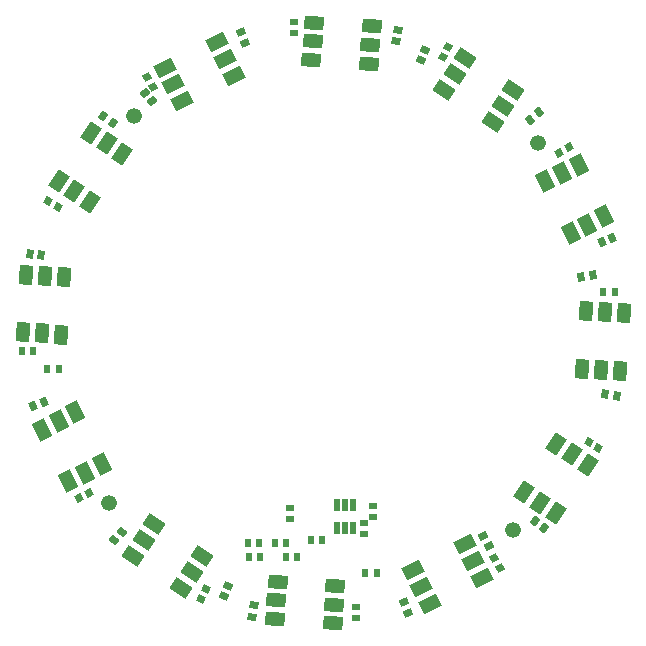
<source format=gts>
%FSTAX42Y42*%
%MOMM*%
G71*
G01*
G75*
G04 Layer_Color=8388736*
%ADD10C,0.35*%
%ADD11C,0.45*%
%ADD12C,0.25*%
G04:AMPARAMS|DCode=13|XSize=0.46mm|YSize=0.61mm|CornerRadius=0mm|HoleSize=0mm|Usage=FLASHONLY|Rotation=350.000|XOffset=0mm|YOffset=0mm|HoleType=Round|Shape=Rectangle|*
%AMROTATEDRECTD13*
4,1,4,-0.28,-0.26,-0.17,0.34,0.28,0.26,0.17,-0.34,-0.28,-0.26,0.0*
%
%ADD13ROTATEDRECTD13*%

G04:AMPARAMS|DCode=14|XSize=1mm|YSize=1.5mm|CornerRadius=0mm|HoleSize=0mm|Usage=FLASHONLY|Rotation=26.400|XOffset=0mm|YOffset=0mm|HoleType=Round|Shape=Rectangle|*
%AMROTATEDRECTD14*
4,1,4,-0.11,-0.89,-0.78,0.45,0.11,0.89,0.78,-0.45,-0.11,-0.89,0.0*
%
%ADD14ROTATEDRECTD14*%

G04:AMPARAMS|DCode=15|XSize=1mm|YSize=1.5mm|CornerRadius=0mm|HoleSize=0mm|Usage=FLASHONLY|Rotation=56.400|XOffset=0mm|YOffset=0mm|HoleType=Round|Shape=Rectangle|*
%AMROTATEDRECTD15*
4,1,4,0.35,-0.83,-0.90,-0.00,-0.35,0.83,0.90,0.00,0.35,-0.83,0.0*
%
%ADD15ROTATEDRECTD15*%

G04:AMPARAMS|DCode=16|XSize=1mm|YSize=1.5mm|CornerRadius=0mm|HoleSize=0mm|Usage=FLASHONLY|Rotation=86.500|XOffset=0mm|YOffset=0mm|HoleType=Round|Shape=Rectangle|*
%AMROTATEDRECTD16*
4,1,4,0.72,-0.54,-0.78,-0.45,-0.72,0.54,0.78,0.45,0.72,-0.54,0.0*
%
%ADD16ROTATEDRECTD16*%

G04:AMPARAMS|DCode=17|XSize=1mm|YSize=1.5mm|CornerRadius=0mm|HoleSize=0mm|Usage=FLASHONLY|Rotation=326.400|XOffset=0mm|YOffset=0mm|HoleType=Round|Shape=Rectangle|*
%AMROTATEDRECTD17*
4,1,4,-0.83,-0.35,-0.00,0.90,0.83,0.35,0.00,-0.90,-0.83,-0.35,0.0*
%
%ADD17ROTATEDRECTD17*%

G04:AMPARAMS|DCode=18|XSize=0.46mm|YSize=0.61mm|CornerRadius=0mm|HoleSize=0mm|Usage=FLASHONLY|Rotation=320.000|XOffset=0mm|YOffset=0mm|HoleType=Round|Shape=Rectangle|*
%AMROTATEDRECTD18*
4,1,4,-0.37,-0.09,0.02,0.38,0.37,0.09,-0.02,-0.38,-0.37,-0.09,0.0*
%
%ADD18ROTATEDRECTD18*%

G04:AMPARAMS|DCode=19|XSize=1mm|YSize=1.5mm|CornerRadius=0mm|HoleSize=0mm|Usage=FLASHONLY|Rotation=296.400|XOffset=0mm|YOffset=0mm|HoleType=Round|Shape=Rectangle|*
%AMROTATEDRECTD19*
4,1,4,-0.89,0.11,0.45,0.78,0.89,-0.11,-0.45,-0.78,-0.89,0.11,0.0*
%
%ADD19ROTATEDRECTD19*%

G04:AMPARAMS|DCode=20|XSize=0.46mm|YSize=0.51mm|CornerRadius=0mm|HoleSize=0mm|Usage=FLASHONLY|Rotation=30.000|XOffset=0mm|YOffset=0mm|HoleType=Round|Shape=Rectangle|*
%AMROTATEDRECTD20*
4,1,4,-0.07,-0.33,-0.32,0.11,0.07,0.33,0.32,-0.11,-0.07,-0.33,0.0*
%
%ADD20ROTATEDRECTD20*%

G04:AMPARAMS|DCode=21|XSize=0.46mm|YSize=0.51mm|CornerRadius=0mm|HoleSize=0mm|Usage=FLASHONLY|Rotation=150.000|XOffset=0mm|YOffset=0mm|HoleType=Round|Shape=Rectangle|*
%AMROTATEDRECTD21*
4,1,4,0.32,0.11,0.07,-0.33,-0.32,-0.11,-0.07,0.33,0.32,0.11,0.0*
%
%ADD21ROTATEDRECTD21*%

G04:AMPARAMS|DCode=22|XSize=1mm|YSize=1.5mm|CornerRadius=0mm|HoleSize=0mm|Usage=FLASHONLY|Rotation=207.000|XOffset=0mm|YOffset=0mm|HoleType=Round|Shape=Rectangle|*
%AMROTATEDRECTD22*
4,1,4,0.11,0.90,0.79,-0.44,-0.11,-0.90,-0.79,0.44,0.11,0.90,0.0*
%
%ADD22ROTATEDRECTD22*%

G04:AMPARAMS|DCode=23|XSize=0.46mm|YSize=0.61mm|CornerRadius=0mm|HoleSize=0mm|Usage=FLASHONLY|Rotation=230.000|XOffset=0mm|YOffset=0mm|HoleType=Round|Shape=Rectangle|*
%AMROTATEDRECTD23*
4,1,4,-0.09,0.37,0.38,-0.02,0.09,-0.37,-0.38,0.02,-0.09,0.37,0.0*
%
%ADD23ROTATEDRECTD23*%

G04:AMPARAMS|DCode=24|XSize=0.46mm|YSize=0.51mm|CornerRadius=0mm|HoleSize=0mm|Usage=FLASHONLY|Rotation=65.000|XOffset=0mm|YOffset=0mm|HoleType=Round|Shape=Rectangle|*
%AMROTATEDRECTD24*
4,1,4,0.13,-0.31,-0.33,-0.10,-0.13,0.31,0.33,0.10,0.13,-0.31,0.0*
%
%ADD24ROTATEDRECTD24*%

G04:AMPARAMS|DCode=25|XSize=0.46mm|YSize=0.61mm|CornerRadius=0mm|HoleSize=0mm|Usage=FLASHONLY|Rotation=260.000|XOffset=0mm|YOffset=0mm|HoleType=Round|Shape=Rectangle|*
%AMROTATEDRECTD25*
4,1,4,-0.26,0.28,0.34,0.17,0.26,-0.28,-0.34,-0.17,-0.26,0.28,0.0*
%
%ADD25ROTATEDRECTD25*%

G04:AMPARAMS|DCode=26|XSize=0.46mm|YSize=0.61mm|CornerRadius=0mm|HoleSize=0mm|Usage=FLASHONLY|Rotation=290.000|XOffset=0mm|YOffset=0mm|HoleType=Round|Shape=Rectangle|*
%AMROTATEDRECTD26*
4,1,4,-0.36,0.11,0.21,0.32,0.36,-0.11,-0.21,-0.32,-0.36,0.11,0.0*
%
%ADD26ROTATEDRECTD26*%

%ADD27R,0.51X0.46*%
G04:AMPARAMS|DCode=28|XSize=0.46mm|YSize=0.51mm|CornerRadius=0mm|HoleSize=0mm|Usage=FLASHONLY|Rotation=120.000|XOffset=0mm|YOffset=0mm|HoleType=Round|Shape=Rectangle|*
%AMROTATEDRECTD28*
4,1,4,0.33,-0.07,-0.11,-0.32,-0.33,0.07,0.11,0.32,0.33,-0.07,0.0*
%
%ADD28ROTATEDRECTD28*%

G04:AMPARAMS|DCode=29|XSize=0.46mm|YSize=0.61mm|CornerRadius=0mm|HoleSize=0mm|Usage=FLASHONLY|Rotation=298.000|XOffset=0mm|YOffset=0mm|HoleType=Round|Shape=Rectangle|*
%AMROTATEDRECTD29*
4,1,4,-0.38,0.06,0.16,0.34,0.38,-0.06,-0.16,-0.34,-0.38,0.06,0.0*
%
%ADD29ROTATEDRECTD29*%

G04:AMPARAMS|DCode=30|XSize=0.46mm|YSize=0.61mm|CornerRadius=0mm|HoleSize=0mm|Usage=FLASHONLY|Rotation=249.000|XOffset=0mm|YOffset=0mm|HoleType=Round|Shape=Rectangle|*
%AMROTATEDRECTD30*
4,1,4,-0.20,0.32,0.37,0.10,0.20,-0.32,-0.37,-0.10,-0.20,0.32,0.0*
%
%ADD30ROTATEDRECTD30*%

G04:AMPARAMS|DCode=31|XSize=0.46mm|YSize=0.61mm|CornerRadius=0mm|HoleSize=0mm|Usage=FLASHONLY|Rotation=21.000|XOffset=0mm|YOffset=0mm|HoleType=Round|Shape=Rectangle|*
%AMROTATEDRECTD31*
4,1,4,-0.10,-0.37,-0.32,0.20,0.10,0.37,0.32,-0.20,-0.10,-0.37,0.0*
%
%ADD31ROTATEDRECTD31*%

G04:AMPARAMS|DCode=32|XSize=0.46mm|YSize=0.61mm|CornerRadius=0mm|HoleSize=0mm|Usage=FLASHONLY|Rotation=190.000|XOffset=0mm|YOffset=0mm|HoleType=Round|Shape=Rectangle|*
%AMROTATEDRECTD32*
4,1,4,0.17,0.34,0.28,-0.26,-0.17,-0.34,-0.28,0.26,0.17,0.34,0.0*
%
%ADD32ROTATEDRECTD32*%

G04:AMPARAMS|DCode=33|XSize=0.46mm|YSize=0.61mm|CornerRadius=0mm|HoleSize=0mm|Usage=FLASHONLY|Rotation=40.000|XOffset=0mm|YOffset=0mm|HoleType=Round|Shape=Rectangle|*
%AMROTATEDRECTD33*
4,1,4,0.02,-0.38,-0.37,0.09,-0.02,0.38,0.37,-0.09,0.02,-0.38,0.0*
%
%ADD33ROTATEDRECTD33*%

G04:AMPARAMS|DCode=34|XSize=0.46mm|YSize=0.61mm|CornerRadius=0mm|HoleSize=0mm|Usage=FLASHONLY|Rotation=81.000|XOffset=0mm|YOffset=0mm|HoleType=Round|Shape=Rectangle|*
%AMROTATEDRECTD34*
4,1,4,0.27,-0.27,-0.34,-0.18,-0.27,0.27,0.34,0.18,0.27,-0.27,0.0*
%
%ADD34ROTATEDRECTD34*%

G04:AMPARAMS|DCode=35|XSize=0.46mm|YSize=0.61mm|CornerRadius=0mm|HoleSize=0mm|Usage=FLASHONLY|Rotation=70.000|XOffset=0mm|YOffset=0mm|HoleType=Round|Shape=Rectangle|*
%AMROTATEDRECTD35*
4,1,4,0.21,-0.32,-0.36,-0.11,-0.21,0.32,0.36,0.11,0.21,-0.32,0.0*
%
%ADD35ROTATEDRECTD35*%

G04:AMPARAMS|DCode=36|XSize=0.46mm|YSize=0.61mm|CornerRadius=0mm|HoleSize=0mm|Usage=FLASHONLY|Rotation=130.000|XOffset=0mm|YOffset=0mm|HoleType=Round|Shape=Rectangle|*
%AMROTATEDRECTD36*
4,1,4,0.38,0.02,-0.09,-0.37,-0.38,-0.02,0.09,0.37,0.38,0.02,0.0*
%
%ADD36ROTATEDRECTD36*%

G04:AMPARAMS|DCode=37|XSize=0.46mm|YSize=0.61mm|CornerRadius=0mm|HoleSize=0mm|Usage=FLASHONLY|Rotation=145.000|XOffset=0mm|YOffset=0mm|HoleType=Round|Shape=Rectangle|*
%AMROTATEDRECTD37*
4,1,4,0.36,0.12,0.01,-0.38,-0.36,-0.12,-0.01,0.38,0.36,0.12,0.0*
%
%ADD37ROTATEDRECTD37*%

G04:AMPARAMS|DCode=38|XSize=0.46mm|YSize=0.61mm|CornerRadius=0mm|HoleSize=0mm|Usage=FLASHONLY|Rotation=175.000|XOffset=0mm|YOffset=0mm|HoleType=Round|Shape=Rectangle|*
%AMROTATEDRECTD38*
4,1,4,0.25,0.28,0.20,-0.32,-0.25,-0.28,-0.20,0.32,0.25,0.28,0.0*
%
%ADD38ROTATEDRECTD38*%

%ADD39R,0.46X0.61*%
G04:AMPARAMS|DCode=40|XSize=0.46mm|YSize=0.61mm|CornerRadius=0mm|HoleSize=0mm|Usage=FLASHONLY|Rotation=200.000|XOffset=0mm|YOffset=0mm|HoleType=Round|Shape=Rectangle|*
%AMROTATEDRECTD40*
4,1,4,0.11,0.36,0.32,-0.21,-0.11,-0.36,-0.32,0.21,0.11,0.36,0.0*
%
%ADD40ROTATEDRECTD40*%

%ADD41R,0.61X0.46*%
%ADD42R,0.46X0.51*%
G04:AMPARAMS|DCode=43|XSize=0.46mm|YSize=0.51mm|CornerRadius=0mm|HoleSize=0mm|Usage=FLASHONLY|Rotation=240.000|XOffset=0mm|YOffset=0mm|HoleType=Round|Shape=Rectangle|*
%AMROTATEDRECTD43*
4,1,4,-0.11,0.32,0.33,0.07,0.11,-0.32,-0.33,-0.07,-0.11,0.32,0.0*
%
%ADD43ROTATEDRECTD43*%

%ADD44R,0.35X0.85*%
G04:AMPARAMS|DCode=45|XSize=1mm|YSize=1.5mm|CornerRadius=0mm|HoleSize=0mm|Usage=FLASHONLY|Rotation=176.400|XOffset=0mm|YOffset=0mm|HoleType=Round|Shape=Rectangle|*
%AMROTATEDRECTD45*
4,1,4,0.55,0.72,0.45,-0.78,-0.55,-0.72,-0.45,0.78,0.55,0.72,0.0*
%
%ADD45ROTATEDRECTD45*%

%ADD46C,0.40*%
%ADD47C,0.30*%
%ADD48C,0.50*%
%ADD49C,0.51*%
%ADD50C,0.60*%
%ADD51C,1.20*%
%ADD52C,0.60*%
%ADD53C,0.87*%
%ADD54C,0.50*%
%ADD55C,0.70*%
%ADD56C,1.27*%
%ADD57R,1.40X4.52*%
%ADD58C,0.25*%
%ADD59C,0.25*%
%ADD60C,0.10*%
%ADD61C,0.04*%
%ADD62C,0.20*%
%ADD63C,0.15*%
G04:AMPARAMS|DCode=64|XSize=0.36mm|YSize=0.51mm|CornerRadius=0mm|HoleSize=0mm|Usage=FLASHONLY|Rotation=350.000|XOffset=0mm|YOffset=0mm|HoleType=Round|Shape=Rectangle|*
%AMROTATEDRECTD64*
4,1,4,-0.22,-0.22,-0.13,0.28,0.22,0.22,0.13,-0.28,-0.22,-0.22,0.0*
%
%ADD64ROTATEDRECTD64*%

G04:AMPARAMS|DCode=65|XSize=0.9mm|YSize=1.4mm|CornerRadius=0mm|HoleSize=0mm|Usage=FLASHONLY|Rotation=26.400|XOffset=0mm|YOffset=0mm|HoleType=Round|Shape=Rectangle|*
%AMROTATEDRECTD65*
4,1,4,-0.09,-0.83,-0.71,0.43,0.09,0.83,0.71,-0.43,-0.09,-0.83,0.0*
%
%ADD65ROTATEDRECTD65*%

G04:AMPARAMS|DCode=66|XSize=0.9mm|YSize=1.4mm|CornerRadius=0mm|HoleSize=0mm|Usage=FLASHONLY|Rotation=56.400|XOffset=0mm|YOffset=0mm|HoleType=Round|Shape=Rectangle|*
%AMROTATEDRECTD66*
4,1,4,0.33,-0.76,-0.83,0.01,-0.33,0.76,0.83,-0.01,0.33,-0.76,0.0*
%
%ADD66ROTATEDRECTD66*%

G04:AMPARAMS|DCode=67|XSize=0.9mm|YSize=1.4mm|CornerRadius=0mm|HoleSize=0mm|Usage=FLASHONLY|Rotation=86.500|XOffset=0mm|YOffset=0mm|HoleType=Round|Shape=Rectangle|*
%AMROTATEDRECTD67*
4,1,4,0.67,-0.49,-0.73,-0.41,-0.67,0.49,0.73,0.41,0.67,-0.49,0.0*
%
%ADD67ROTATEDRECTD67*%

G04:AMPARAMS|DCode=68|XSize=0.9mm|YSize=1.4mm|CornerRadius=0mm|HoleSize=0mm|Usage=FLASHONLY|Rotation=326.400|XOffset=0mm|YOffset=0mm|HoleType=Round|Shape=Rectangle|*
%AMROTATEDRECTD68*
4,1,4,-0.76,-0.33,0.01,0.83,0.76,0.33,-0.01,-0.83,-0.76,-0.33,0.0*
%
%ADD68ROTATEDRECTD68*%

G04:AMPARAMS|DCode=69|XSize=0.36mm|YSize=0.51mm|CornerRadius=0mm|HoleSize=0mm|Usage=FLASHONLY|Rotation=320.000|XOffset=0mm|YOffset=0mm|HoleType=Round|Shape=Rectangle|*
%AMROTATEDRECTD69*
4,1,4,-0.30,-0.08,0.03,0.31,0.30,0.08,-0.03,-0.31,-0.30,-0.08,0.0*
%
%ADD69ROTATEDRECTD69*%

G04:AMPARAMS|DCode=70|XSize=0.9mm|YSize=1.4mm|CornerRadius=0mm|HoleSize=0mm|Usage=FLASHONLY|Rotation=296.400|XOffset=0mm|YOffset=0mm|HoleType=Round|Shape=Rectangle|*
%AMROTATEDRECTD70*
4,1,4,-0.83,0.09,0.43,0.71,0.83,-0.09,-0.43,-0.71,-0.83,0.09,0.0*
%
%ADD70ROTATEDRECTD70*%

G04:AMPARAMS|DCode=71|XSize=0.36mm|YSize=0.41mm|CornerRadius=0mm|HoleSize=0mm|Usage=FLASHONLY|Rotation=30.000|XOffset=0mm|YOffset=0mm|HoleType=Round|Shape=Rectangle|*
%AMROTATEDRECTD71*
4,1,4,-0.05,-0.27,-0.26,0.09,0.05,0.27,0.26,-0.09,-0.05,-0.27,0.0*
%
%ADD71ROTATEDRECTD71*%

G04:AMPARAMS|DCode=72|XSize=0.36mm|YSize=0.41mm|CornerRadius=0mm|HoleSize=0mm|Usage=FLASHONLY|Rotation=150.000|XOffset=0mm|YOffset=0mm|HoleType=Round|Shape=Rectangle|*
%AMROTATEDRECTD72*
4,1,4,0.26,0.09,0.05,-0.27,-0.26,-0.09,-0.05,0.27,0.26,0.09,0.0*
%
%ADD72ROTATEDRECTD72*%

G04:AMPARAMS|DCode=73|XSize=0.9mm|YSize=1.4mm|CornerRadius=0mm|HoleSize=0mm|Usage=FLASHONLY|Rotation=207.000|XOffset=0mm|YOffset=0mm|HoleType=Round|Shape=Rectangle|*
%AMROTATEDRECTD73*
4,1,4,0.08,0.83,0.72,-0.42,-0.08,-0.83,-0.72,0.42,0.08,0.83,0.0*
%
%ADD73ROTATEDRECTD73*%

G04:AMPARAMS|DCode=74|XSize=0.36mm|YSize=0.51mm|CornerRadius=0mm|HoleSize=0mm|Usage=FLASHONLY|Rotation=230.000|XOffset=0mm|YOffset=0mm|HoleType=Round|Shape=Rectangle|*
%AMROTATEDRECTD74*
4,1,4,-0.08,0.30,0.31,-0.03,0.08,-0.30,-0.31,0.03,-0.08,0.30,0.0*
%
%ADD74ROTATEDRECTD74*%

G04:AMPARAMS|DCode=75|XSize=0.36mm|YSize=0.41mm|CornerRadius=0mm|HoleSize=0mm|Usage=FLASHONLY|Rotation=65.000|XOffset=0mm|YOffset=0mm|HoleType=Round|Shape=Rectangle|*
%AMROTATEDRECTD75*
4,1,4,0.11,-0.25,-0.26,-0.08,-0.11,0.25,0.26,0.08,0.11,-0.25,0.0*
%
%ADD75ROTATEDRECTD75*%

G04:AMPARAMS|DCode=76|XSize=0.36mm|YSize=0.51mm|CornerRadius=0mm|HoleSize=0mm|Usage=FLASHONLY|Rotation=260.000|XOffset=0mm|YOffset=0mm|HoleType=Round|Shape=Rectangle|*
%AMROTATEDRECTD76*
4,1,4,-0.22,0.22,0.28,0.13,0.22,-0.22,-0.28,-0.13,-0.22,0.22,0.0*
%
%ADD76ROTATEDRECTD76*%

G04:AMPARAMS|DCode=77|XSize=0.36mm|YSize=0.51mm|CornerRadius=0mm|HoleSize=0mm|Usage=FLASHONLY|Rotation=290.000|XOffset=0mm|YOffset=0mm|HoleType=Round|Shape=Rectangle|*
%AMROTATEDRECTD77*
4,1,4,-0.30,0.08,0.18,0.25,0.30,-0.08,-0.18,-0.25,-0.30,0.08,0.0*
%
%ADD77ROTATEDRECTD77*%

%ADD78R,0.41X0.36*%
G04:AMPARAMS|DCode=79|XSize=0.36mm|YSize=0.41mm|CornerRadius=0mm|HoleSize=0mm|Usage=FLASHONLY|Rotation=120.000|XOffset=0mm|YOffset=0mm|HoleType=Round|Shape=Rectangle|*
%AMROTATEDRECTD79*
4,1,4,0.27,-0.05,-0.09,-0.26,-0.27,0.05,0.09,0.26,0.27,-0.05,0.0*
%
%ADD79ROTATEDRECTD79*%

G04:AMPARAMS|DCode=80|XSize=0.36mm|YSize=0.51mm|CornerRadius=0mm|HoleSize=0mm|Usage=FLASHONLY|Rotation=298.000|XOffset=0mm|YOffset=0mm|HoleType=Round|Shape=Rectangle|*
%AMROTATEDRECTD80*
4,1,4,-0.31,0.04,0.14,0.28,0.31,-0.04,-0.14,-0.28,-0.31,0.04,0.0*
%
%ADD80ROTATEDRECTD80*%

G04:AMPARAMS|DCode=81|XSize=0.36mm|YSize=0.51mm|CornerRadius=0mm|HoleSize=0mm|Usage=FLASHONLY|Rotation=249.000|XOffset=0mm|YOffset=0mm|HoleType=Round|Shape=Rectangle|*
%AMROTATEDRECTD81*
4,1,4,-0.17,0.26,0.30,0.08,0.17,-0.26,-0.30,-0.08,-0.17,0.26,0.0*
%
%ADD81ROTATEDRECTD81*%

G04:AMPARAMS|DCode=82|XSize=0.36mm|YSize=0.51mm|CornerRadius=0mm|HoleSize=0mm|Usage=FLASHONLY|Rotation=21.000|XOffset=0mm|YOffset=0mm|HoleType=Round|Shape=Rectangle|*
%AMROTATEDRECTD82*
4,1,4,-0.08,-0.30,-0.26,0.17,0.08,0.30,0.26,-0.17,-0.08,-0.30,0.0*
%
%ADD82ROTATEDRECTD82*%

G04:AMPARAMS|DCode=83|XSize=0.36mm|YSize=0.51mm|CornerRadius=0mm|HoleSize=0mm|Usage=FLASHONLY|Rotation=190.000|XOffset=0mm|YOffset=0mm|HoleType=Round|Shape=Rectangle|*
%AMROTATEDRECTD83*
4,1,4,0.13,0.28,0.22,-0.22,-0.13,-0.28,-0.22,0.22,0.13,0.28,0.0*
%
%ADD83ROTATEDRECTD83*%

G04:AMPARAMS|DCode=84|XSize=0.36mm|YSize=0.51mm|CornerRadius=0mm|HoleSize=0mm|Usage=FLASHONLY|Rotation=40.000|XOffset=0mm|YOffset=0mm|HoleType=Round|Shape=Rectangle|*
%AMROTATEDRECTD84*
4,1,4,0.03,-0.31,-0.30,0.08,-0.03,0.31,0.30,-0.08,0.03,-0.31,0.0*
%
%ADD84ROTATEDRECTD84*%

G04:AMPARAMS|DCode=85|XSize=0.36mm|YSize=0.51mm|CornerRadius=0mm|HoleSize=0mm|Usage=FLASHONLY|Rotation=81.000|XOffset=0mm|YOffset=0mm|HoleType=Round|Shape=Rectangle|*
%AMROTATEDRECTD85*
4,1,4,0.22,-0.22,-0.28,-0.14,-0.22,0.22,0.28,0.14,0.22,-0.22,0.0*
%
%ADD85ROTATEDRECTD85*%

G04:AMPARAMS|DCode=86|XSize=0.36mm|YSize=0.51mm|CornerRadius=0mm|HoleSize=0mm|Usage=FLASHONLY|Rotation=70.000|XOffset=0mm|YOffset=0mm|HoleType=Round|Shape=Rectangle|*
%AMROTATEDRECTD86*
4,1,4,0.18,-0.25,-0.30,-0.08,-0.18,0.25,0.30,0.08,0.18,-0.25,0.0*
%
%ADD86ROTATEDRECTD86*%

G04:AMPARAMS|DCode=87|XSize=0.36mm|YSize=0.51mm|CornerRadius=0mm|HoleSize=0mm|Usage=FLASHONLY|Rotation=130.000|XOffset=0mm|YOffset=0mm|HoleType=Round|Shape=Rectangle|*
%AMROTATEDRECTD87*
4,1,4,0.31,0.03,-0.08,-0.30,-0.31,-0.03,0.08,0.30,0.31,0.03,0.0*
%
%ADD87ROTATEDRECTD87*%

G04:AMPARAMS|DCode=88|XSize=0.36mm|YSize=0.51mm|CornerRadius=0mm|HoleSize=0mm|Usage=FLASHONLY|Rotation=145.000|XOffset=0mm|YOffset=0mm|HoleType=Round|Shape=Rectangle|*
%AMROTATEDRECTD88*
4,1,4,0.29,0.11,0.00,-0.31,-0.29,-0.11,-0.00,0.31,0.29,0.11,0.0*
%
%ADD88ROTATEDRECTD88*%

G04:AMPARAMS|DCode=89|XSize=0.36mm|YSize=0.51mm|CornerRadius=0mm|HoleSize=0mm|Usage=FLASHONLY|Rotation=175.000|XOffset=0mm|YOffset=0mm|HoleType=Round|Shape=Rectangle|*
%AMROTATEDRECTD89*
4,1,4,0.20,0.24,0.16,-0.27,-0.20,-0.24,-0.16,0.27,0.20,0.24,0.0*
%
%ADD89ROTATEDRECTD89*%

%ADD90R,0.36X0.51*%
G04:AMPARAMS|DCode=91|XSize=0.36mm|YSize=0.51mm|CornerRadius=0mm|HoleSize=0mm|Usage=FLASHONLY|Rotation=200.000|XOffset=0mm|YOffset=0mm|HoleType=Round|Shape=Rectangle|*
%AMROTATEDRECTD91*
4,1,4,0.08,0.30,0.25,-0.18,-0.08,-0.30,-0.25,0.18,0.08,0.30,0.0*
%
%ADD91ROTATEDRECTD91*%

%ADD92R,0.51X0.36*%
%ADD93R,0.36X0.41*%
G04:AMPARAMS|DCode=94|XSize=0.36mm|YSize=0.41mm|CornerRadius=0mm|HoleSize=0mm|Usage=FLASHONLY|Rotation=240.000|XOffset=0mm|YOffset=0mm|HoleType=Round|Shape=Rectangle|*
%AMROTATEDRECTD94*
4,1,4,-0.09,0.26,0.27,0.05,0.09,-0.26,-0.27,-0.05,-0.09,0.26,0.0*
%
%ADD94ROTATEDRECTD94*%

%ADD95R,0.25X0.75*%
G04:AMPARAMS|DCode=96|XSize=0.9mm|YSize=1.4mm|CornerRadius=0mm|HoleSize=0mm|Usage=FLASHONLY|Rotation=176.400|XOffset=0mm|YOffset=0mm|HoleType=Round|Shape=Rectangle|*
%AMROTATEDRECTD96*
4,1,4,0.49,0.67,0.41,-0.73,-0.49,-0.67,-0.41,0.73,0.49,0.67,0.0*
%
%ADD96ROTATEDRECTD96*%

G04:AMPARAMS|DCode=97|XSize=0.6mm|YSize=0.75mm|CornerRadius=0mm|HoleSize=0mm|Usage=FLASHONLY|Rotation=350.000|XOffset=0mm|YOffset=0mm|HoleType=Round|Shape=Rectangle|*
%AMROTATEDRECTD97*
4,1,4,-0.36,-0.32,-0.23,0.42,0.36,0.32,0.23,-0.42,-0.36,-0.32,0.0*
%
%ADD97ROTATEDRECTD97*%

G04:AMPARAMS|DCode=98|XSize=1.14mm|YSize=1.64mm|CornerRadius=0mm|HoleSize=0mm|Usage=FLASHONLY|Rotation=26.400|XOffset=0mm|YOffset=0mm|HoleType=Round|Shape=Rectangle|*
%AMROTATEDRECTD98*
4,1,4,-0.15,-0.99,-0.88,0.48,0.15,0.99,0.88,-0.48,-0.15,-0.99,0.0*
%
%ADD98ROTATEDRECTD98*%

G04:AMPARAMS|DCode=99|XSize=1.14mm|YSize=1.64mm|CornerRadius=0mm|HoleSize=0mm|Usage=FLASHONLY|Rotation=56.400|XOffset=0mm|YOffset=0mm|HoleType=Round|Shape=Rectangle|*
%AMROTATEDRECTD99*
4,1,4,0.37,-0.93,-1.00,-0.02,-0.37,0.93,1.00,0.02,0.37,-0.93,0.0*
%
%ADD99ROTATEDRECTD99*%

G04:AMPARAMS|DCode=100|XSize=1.14mm|YSize=1.64mm|CornerRadius=0mm|HoleSize=0mm|Usage=FLASHONLY|Rotation=86.500|XOffset=0mm|YOffset=0mm|HoleType=Round|Shape=Rectangle|*
%AMROTATEDRECTD100*
4,1,4,0.78,-0.62,-0.85,-0.52,-0.78,0.62,0.85,0.52,0.78,-0.62,0.0*
%
%ADD100ROTATEDRECTD100*%

G04:AMPARAMS|DCode=101|XSize=1.14mm|YSize=1.64mm|CornerRadius=0mm|HoleSize=0mm|Usage=FLASHONLY|Rotation=326.400|XOffset=0mm|YOffset=0mm|HoleType=Round|Shape=Rectangle|*
%AMROTATEDRECTD101*
4,1,4,-0.93,-0.37,-0.02,1.00,0.93,0.37,0.02,-1.00,-0.93,-0.37,0.0*
%
%ADD101ROTATEDRECTD101*%

G04:AMPARAMS|DCode=102|XSize=0.6mm|YSize=0.75mm|CornerRadius=0mm|HoleSize=0mm|Usage=FLASHONLY|Rotation=320.000|XOffset=0mm|YOffset=0mm|HoleType=Round|Shape=Rectangle|*
%AMROTATEDRECTD102*
4,1,4,-0.47,-0.10,0.01,0.48,0.47,0.10,-0.01,-0.48,-0.47,-0.10,0.0*
%
%ADD102ROTATEDRECTD102*%

G04:AMPARAMS|DCode=103|XSize=1.14mm|YSize=1.64mm|CornerRadius=0mm|HoleSize=0mm|Usage=FLASHONLY|Rotation=296.400|XOffset=0mm|YOffset=0mm|HoleType=Round|Shape=Rectangle|*
%AMROTATEDRECTD103*
4,1,4,-0.99,0.15,0.48,0.88,0.99,-0.15,-0.48,-0.88,-0.99,0.15,0.0*
%
%ADD103ROTATEDRECTD103*%

G04:AMPARAMS|DCode=104|XSize=0.6mm|YSize=0.65mm|CornerRadius=0mm|HoleSize=0mm|Usage=FLASHONLY|Rotation=30.000|XOffset=0mm|YOffset=0mm|HoleType=Round|Shape=Rectangle|*
%AMROTATEDRECTD104*
4,1,4,-0.10,-0.43,-0.42,0.13,0.10,0.43,0.42,-0.13,-0.10,-0.43,0.0*
%
%ADD104ROTATEDRECTD104*%

G04:AMPARAMS|DCode=105|XSize=0.6mm|YSize=0.65mm|CornerRadius=0mm|HoleSize=0mm|Usage=FLASHONLY|Rotation=150.000|XOffset=0mm|YOffset=0mm|HoleType=Round|Shape=Rectangle|*
%AMROTATEDRECTD105*
4,1,4,0.42,0.13,0.10,-0.43,-0.42,-0.13,-0.10,0.43,0.42,0.13,0.0*
%
%ADD105ROTATEDRECTD105*%

G04:AMPARAMS|DCode=106|XSize=1.14mm|YSize=1.64mm|CornerRadius=0mm|HoleSize=0mm|Usage=FLASHONLY|Rotation=207.000|XOffset=0mm|YOffset=0mm|HoleType=Round|Shape=Rectangle|*
%AMROTATEDRECTD106*
4,1,4,0.14,0.99,0.88,-0.47,-0.14,-0.99,-0.88,0.47,0.14,0.99,0.0*
%
%ADD106ROTATEDRECTD106*%

G04:AMPARAMS|DCode=107|XSize=0.6mm|YSize=0.75mm|CornerRadius=0mm|HoleSize=0mm|Usage=FLASHONLY|Rotation=230.000|XOffset=0mm|YOffset=0mm|HoleType=Round|Shape=Rectangle|*
%AMROTATEDRECTD107*
4,1,4,-0.10,0.47,0.48,-0.01,0.10,-0.47,-0.48,0.01,-0.10,0.47,0.0*
%
%ADD107ROTATEDRECTD107*%

G04:AMPARAMS|DCode=108|XSize=0.6mm|YSize=0.65mm|CornerRadius=0mm|HoleSize=0mm|Usage=FLASHONLY|Rotation=65.000|XOffset=0mm|YOffset=0mm|HoleType=Round|Shape=Rectangle|*
%AMROTATEDRECTD108*
4,1,4,0.17,-0.41,-0.42,-0.13,-0.17,0.41,0.42,0.13,0.17,-0.41,0.0*
%
%ADD108ROTATEDRECTD108*%

G04:AMPARAMS|DCode=109|XSize=0.6mm|YSize=0.75mm|CornerRadius=0mm|HoleSize=0mm|Usage=FLASHONLY|Rotation=260.000|XOffset=0mm|YOffset=0mm|HoleType=Round|Shape=Rectangle|*
%AMROTATEDRECTD109*
4,1,4,-0.32,0.36,0.42,0.23,0.32,-0.36,-0.42,-0.23,-0.32,0.36,0.0*
%
%ADD109ROTATEDRECTD109*%

G04:AMPARAMS|DCode=110|XSize=0.6mm|YSize=0.75mm|CornerRadius=0mm|HoleSize=0mm|Usage=FLASHONLY|Rotation=290.000|XOffset=0mm|YOffset=0mm|HoleType=Round|Shape=Rectangle|*
%AMROTATEDRECTD110*
4,1,4,-0.45,0.15,0.25,0.41,0.45,-0.15,-0.25,-0.41,-0.45,0.15,0.0*
%
%ADD110ROTATEDRECTD110*%

%ADD111R,0.65X0.60*%
G04:AMPARAMS|DCode=112|XSize=0.6mm|YSize=0.65mm|CornerRadius=0mm|HoleSize=0mm|Usage=FLASHONLY|Rotation=120.000|XOffset=0mm|YOffset=0mm|HoleType=Round|Shape=Rectangle|*
%AMROTATEDRECTD112*
4,1,4,0.43,-0.10,-0.13,-0.42,-0.43,0.10,0.13,0.42,0.43,-0.10,0.0*
%
%ADD112ROTATEDRECTD112*%

G04:AMPARAMS|DCode=113|XSize=0.6mm|YSize=0.75mm|CornerRadius=0mm|HoleSize=0mm|Usage=FLASHONLY|Rotation=298.000|XOffset=0mm|YOffset=0mm|HoleType=Round|Shape=Rectangle|*
%AMROTATEDRECTD113*
4,1,4,-0.47,0.09,0.19,0.44,0.47,-0.09,-0.19,-0.44,-0.47,0.09,0.0*
%
%ADD113ROTATEDRECTD113*%

G04:AMPARAMS|DCode=114|XSize=0.6mm|YSize=0.75mm|CornerRadius=0mm|HoleSize=0mm|Usage=FLASHONLY|Rotation=249.000|XOffset=0mm|YOffset=0mm|HoleType=Round|Shape=Rectangle|*
%AMROTATEDRECTD114*
4,1,4,-0.24,0.41,0.46,0.14,0.24,-0.41,-0.46,-0.14,-0.24,0.41,0.0*
%
%ADD114ROTATEDRECTD114*%

G04:AMPARAMS|DCode=115|XSize=0.6mm|YSize=0.75mm|CornerRadius=0mm|HoleSize=0mm|Usage=FLASHONLY|Rotation=21.000|XOffset=0mm|YOffset=0mm|HoleType=Round|Shape=Rectangle|*
%AMROTATEDRECTD115*
4,1,4,-0.14,-0.46,-0.41,0.24,0.14,0.46,0.41,-0.24,-0.14,-0.46,0.0*
%
%ADD115ROTATEDRECTD115*%

G04:AMPARAMS|DCode=116|XSize=0.6mm|YSize=0.75mm|CornerRadius=0mm|HoleSize=0mm|Usage=FLASHONLY|Rotation=190.000|XOffset=0mm|YOffset=0mm|HoleType=Round|Shape=Rectangle|*
%AMROTATEDRECTD116*
4,1,4,0.23,0.42,0.36,-0.32,-0.23,-0.42,-0.36,0.32,0.23,0.42,0.0*
%
%ADD116ROTATEDRECTD116*%

G04:AMPARAMS|DCode=117|XSize=0.6mm|YSize=0.75mm|CornerRadius=0mm|HoleSize=0mm|Usage=FLASHONLY|Rotation=40.000|XOffset=0mm|YOffset=0mm|HoleType=Round|Shape=Rectangle|*
%AMROTATEDRECTD117*
4,1,4,0.01,-0.48,-0.47,0.10,-0.01,0.48,0.47,-0.10,0.01,-0.48,0.0*
%
%ADD117ROTATEDRECTD117*%

G04:AMPARAMS|DCode=118|XSize=0.6mm|YSize=0.75mm|CornerRadius=0mm|HoleSize=0mm|Usage=FLASHONLY|Rotation=81.000|XOffset=0mm|YOffset=0mm|HoleType=Round|Shape=Rectangle|*
%AMROTATEDRECTD118*
4,1,4,0.32,-0.35,-0.42,-0.24,-0.32,0.35,0.42,0.24,0.32,-0.35,0.0*
%
%ADD118ROTATEDRECTD118*%

G04:AMPARAMS|DCode=119|XSize=0.6mm|YSize=0.75mm|CornerRadius=0mm|HoleSize=0mm|Usage=FLASHONLY|Rotation=70.000|XOffset=0mm|YOffset=0mm|HoleType=Round|Shape=Rectangle|*
%AMROTATEDRECTD119*
4,1,4,0.25,-0.41,-0.45,-0.15,-0.25,0.41,0.45,0.15,0.25,-0.41,0.0*
%
%ADD119ROTATEDRECTD119*%

G04:AMPARAMS|DCode=120|XSize=0.6mm|YSize=0.75mm|CornerRadius=0mm|HoleSize=0mm|Usage=FLASHONLY|Rotation=130.000|XOffset=0mm|YOffset=0mm|HoleType=Round|Shape=Rectangle|*
%AMROTATEDRECTD120*
4,1,4,0.48,0.01,-0.10,-0.47,-0.48,-0.01,0.10,0.47,0.48,0.01,0.0*
%
%ADD120ROTATEDRECTD120*%

G04:AMPARAMS|DCode=121|XSize=0.6mm|YSize=0.75mm|CornerRadius=0mm|HoleSize=0mm|Usage=FLASHONLY|Rotation=145.000|XOffset=0mm|YOffset=0mm|HoleType=Round|Shape=Rectangle|*
%AMROTATEDRECTD121*
4,1,4,0.46,0.14,0.03,-0.48,-0.46,-0.14,-0.03,0.48,0.46,0.14,0.0*
%
%ADD121ROTATEDRECTD121*%

G04:AMPARAMS|DCode=122|XSize=0.6mm|YSize=0.75mm|CornerRadius=0mm|HoleSize=0mm|Usage=FLASHONLY|Rotation=175.000|XOffset=0mm|YOffset=0mm|HoleType=Round|Shape=Rectangle|*
%AMROTATEDRECTD122*
4,1,4,0.33,0.35,0.26,-0.40,-0.33,-0.35,-0.26,0.40,0.33,0.35,0.0*
%
%ADD122ROTATEDRECTD122*%

%ADD123R,0.60X0.75*%
G04:AMPARAMS|DCode=124|XSize=0.6mm|YSize=0.75mm|CornerRadius=0mm|HoleSize=0mm|Usage=FLASHONLY|Rotation=200.000|XOffset=0mm|YOffset=0mm|HoleType=Round|Shape=Rectangle|*
%AMROTATEDRECTD124*
4,1,4,0.15,0.45,0.41,-0.25,-0.15,-0.45,-0.41,0.25,0.15,0.45,0.0*
%
%ADD124ROTATEDRECTD124*%

%ADD125R,0.75X0.60*%
%ADD126R,0.60X0.65*%
G04:AMPARAMS|DCode=127|XSize=0.6mm|YSize=0.65mm|CornerRadius=0mm|HoleSize=0mm|Usage=FLASHONLY|Rotation=240.000|XOffset=0mm|YOffset=0mm|HoleType=Round|Shape=Rectangle|*
%AMROTATEDRECTD127*
4,1,4,-0.13,0.42,0.43,0.10,0.13,-0.42,-0.43,-0.10,-0.13,0.42,0.0*
%
%ADD127ROTATEDRECTD127*%

%ADD128R,0.49X0.99*%
G04:AMPARAMS|DCode=129|XSize=1.14mm|YSize=1.64mm|CornerRadius=0mm|HoleSize=0mm|Usage=FLASHONLY|Rotation=176.400|XOffset=0mm|YOffset=0mm|HoleType=Round|Shape=Rectangle|*
%AMROTATEDRECTD129*
4,1,4,0.62,0.78,0.52,-0.85,-0.62,-0.78,-0.52,0.85,0.62,0.78,0.0*
%
%ADD129ROTATEDRECTD129*%

%ADD130C,1.34*%
D97*
X022632Y017936D02*
D03*
X022728Y017919D02*
D03*
D98*
X02212Y019736D02*
D03*
X022407Y019878D02*
D03*
X022263Y019807D02*
D03*
X022481Y019368D02*
D03*
X022624Y019439D02*
D03*
X022338Y019297D02*
D03*
D99*
X02127Y020513D02*
D03*
X021447Y02078D02*
D03*
X021358Y020647D02*
D03*
X021766Y020375D02*
D03*
X021855Y020509D02*
D03*
X021678Y020242D02*
D03*
X019221Y016561D02*
D03*
X019044Y016294D02*
D03*
X019132Y016428D02*
D03*
X018724Y016698D02*
D03*
X018635Y016565D02*
D03*
X018812Y016832D02*
D03*
D100*
X020145Y02076D02*
D03*
X020164Y02108D02*
D03*
X020155Y02092D02*
D03*
X020644Y02089D02*
D03*
X020654Y02105D02*
D03*
X020634Y020731D02*
D03*
X020347Y016313D02*
D03*
X020325Y015994D02*
D03*
X020336Y016153D02*
D03*
X019847Y016187D02*
D03*
X019836Y016028D02*
D03*
X019858Y016347D02*
D03*
D101*
X022218Y017513D02*
D03*
X022485Y017336D02*
D03*
X022352Y017424D02*
D03*
X02208Y017016D02*
D03*
X022214Y016928D02*
D03*
X021947Y017105D02*
D03*
X018268Y019562D02*
D03*
X018003Y019741D02*
D03*
X018135Y019652D02*
D03*
X01841Y020058D02*
D03*
X018277Y020148D02*
D03*
X018542Y019969D02*
D03*
D102*
X022041Y016864D02*
D03*
X022114Y016801D02*
D03*
D103*
X021443Y016663D02*
D03*
X021586Y016376D02*
D03*
X021514Y016519D02*
D03*
X021075Y016301D02*
D03*
X021147Y016158D02*
D03*
X021004Y016445D02*
D03*
X019047Y020413D02*
D03*
X018905Y020699D02*
D03*
X018976Y020556D02*
D03*
X019415Y020775D02*
D03*
X019343Y020918D02*
D03*
X019486Y020631D02*
D03*
D104*
X018259Y017099D02*
D03*
X018176Y017051D02*
D03*
X022243Y019978D02*
D03*
X022327Y020027D02*
D03*
D105*
X022491Y017527D02*
D03*
X022574Y017478D02*
D03*
X017997Y019521D02*
D03*
X017913Y019569D02*
D03*
D106*
X018368Y017343D02*
D03*
X018083Y017198D02*
D03*
X018225Y01727D02*
D03*
X018003Y017707D02*
D03*
X01786Y017634D02*
D03*
X018146Y01778D02*
D03*
D107*
X018539Y016769D02*
D03*
X018476Y016696D02*
D03*
D108*
X01925Y016286D02*
D03*
X01921Y016199D02*
D03*
D109*
X019658Y016145D02*
D03*
X019642Y01605D02*
D03*
D110*
X020926Y016173D02*
D03*
X020959Y016082D02*
D03*
X019585Y020909D02*
D03*
X019552Y020999D02*
D03*
D111*
X020525Y016133D02*
D03*
Y016037D02*
D03*
X019995Y020989D02*
D03*
Y021086D02*
D03*
X020593Y016846D02*
D03*
Y016749D02*
D03*
X020668Y016894D02*
D03*
Y016991D02*
D03*
D112*
X021693Y016549D02*
D03*
X021742Y016466D02*
D03*
X018804Y020536D02*
D03*
X018756Y020619D02*
D03*
D113*
X021601Y016731D02*
D03*
X021647Y016646D02*
D03*
D114*
X019435Y016313D02*
D03*
X0194Y016222D02*
D03*
D115*
X022601Y019222D02*
D03*
X022691Y019257D02*
D03*
D116*
X022525Y018946D02*
D03*
X02243Y018929D02*
D03*
D117*
X021995Y020257D02*
D03*
X022069Y020319D02*
D03*
D118*
X020859Y020921D02*
D03*
X020874Y021016D02*
D03*
D119*
X021069Y020761D02*
D03*
X021102Y020852D02*
D03*
D120*
X018797Y020413D02*
D03*
X018735Y020487D02*
D03*
D121*
X018462Y020232D02*
D03*
X018383Y020288D02*
D03*
D122*
X017858Y019116D02*
D03*
X017762Y019124D02*
D03*
D123*
X018003Y018148D02*
D03*
X017906Y018148D02*
D03*
D124*
X017878Y017869D02*
D03*
X017787Y017836D02*
D03*
D125*
X019965Y016973D02*
D03*
Y016877D02*
D03*
D126*
X019607Y016673D02*
D03*
X019703D02*
D03*
X022617Y018795D02*
D03*
X022713D02*
D03*
X017791Y018298D02*
D03*
X017694D02*
D03*
X020139Y0167D02*
D03*
X020236D02*
D03*
X019612Y016557D02*
D03*
X019708D02*
D03*
X020602Y016423D02*
D03*
X020698D02*
D03*
X020026Y016557D02*
D03*
X019929D02*
D03*
X019832Y016673D02*
D03*
X019928D02*
D03*
D127*
X021256Y020786D02*
D03*
X021304Y020869D02*
D03*
D128*
X020365Y016802D02*
D03*
X02043Y016802D02*
D03*
X020495D02*
D03*
X020495Y016993D02*
D03*
X02043D02*
D03*
X020365Y016993D02*
D03*
D129*
X01802Y018437D02*
D03*
X0177Y018458D02*
D03*
X01786Y018448D02*
D03*
X017891Y018937D02*
D03*
X017731Y018947D02*
D03*
X01805Y018927D02*
D03*
X022468Y018638D02*
D03*
X022787Y018618D02*
D03*
X022628Y018628D02*
D03*
X022597Y018139D02*
D03*
X022757Y018129D02*
D03*
X022437Y018149D02*
D03*
D130*
X021848Y016788D02*
D03*
X018427Y017012D02*
D03*
X022062Y020062D02*
D03*
X01864Y020285D02*
D03*
M02*

</source>
